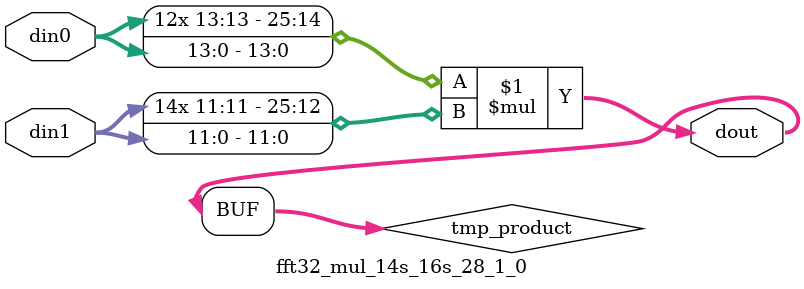
<source format=v>

`timescale 1 ns / 1 ps

  module fft32_mul_14s_16s_28_1_0(din0, din1, dout);
parameter ID = 1;
parameter NUM_STAGE = 0;
parameter din0_WIDTH = 14;
parameter din1_WIDTH = 12;
parameter dout_WIDTH = 26;

input [din0_WIDTH - 1 : 0] din0; 
input [din1_WIDTH - 1 : 0] din1; 
output [dout_WIDTH - 1 : 0] dout;

wire signed [dout_WIDTH - 1 : 0] tmp_product;













assign tmp_product = $signed(din0) * $signed(din1);








assign dout = tmp_product;







endmodule

</source>
